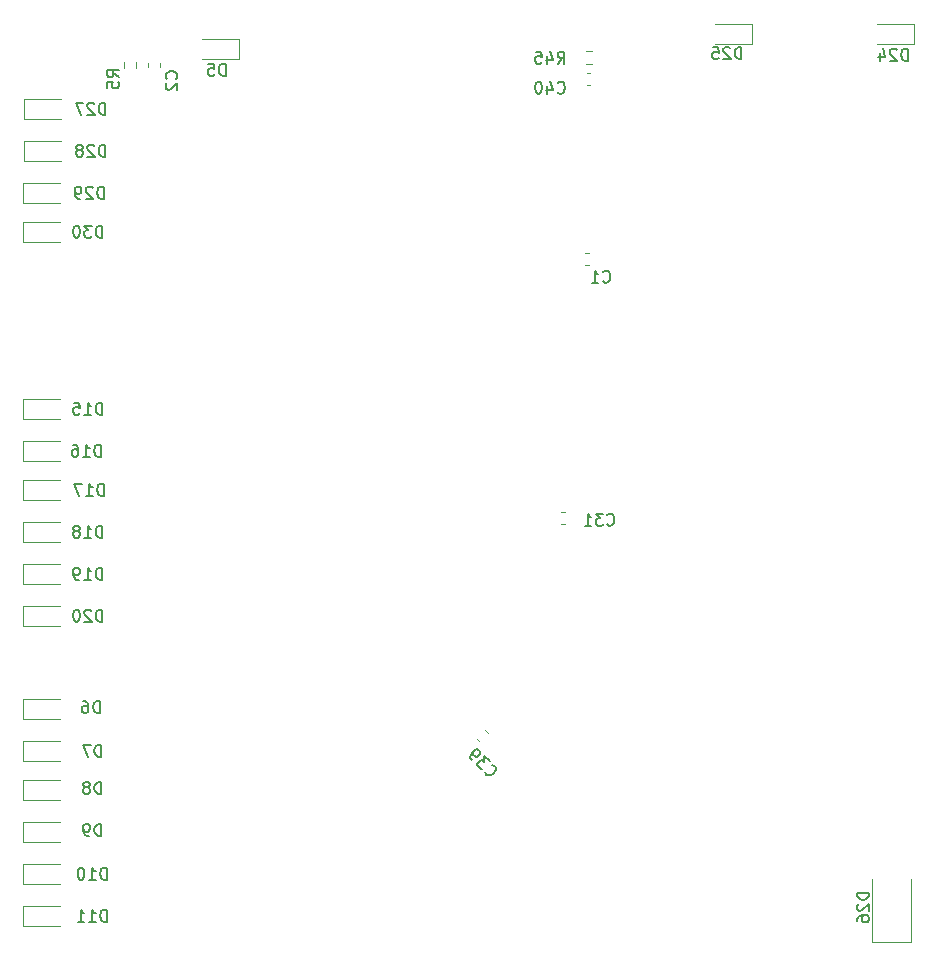
<source format=gbo>
%TF.GenerationSoftware,KiCad,Pcbnew,5.1.9+dfsg1-1*%
%TF.CreationDate,2021-12-02T00:27:29+01:00*%
%TF.ProjectId,RTMPin,52544d50-696e-42e6-9b69-6361645f7063,rev?*%
%TF.SameCoordinates,Original*%
%TF.FileFunction,Legend,Bot*%
%TF.FilePolarity,Positive*%
%FSLAX46Y46*%
G04 Gerber Fmt 4.6, Leading zero omitted, Abs format (unit mm)*
G04 Created by KiCad (PCBNEW 5.1.9+dfsg1-1) date 2021-12-02 00:27:29*
%MOMM*%
%LPD*%
G01*
G04 APERTURE LIST*
%ADD10C,0.120000*%
%ADD11C,0.150000*%
%ADD12C,4.300000*%
%ADD13C,2.700000*%
%ADD14C,3.000000*%
%ADD15R,1.800000X2.500000*%
%ADD16C,2.400000*%
%ADD17O,2.400000X1.600000*%
%ADD18R,2.400000X1.600000*%
%ADD19R,1.000000X1.000000*%
%ADD20C,4.000000*%
%ADD21R,4.000000X4.000000*%
%ADD22C,2.000000*%
%ADD23R,2.000000X2.000000*%
G04 APERTURE END LIST*
D10*
X140354267Y-56640000D02*
X140061733Y-56640000D01*
X140354267Y-57660000D02*
X140061733Y-57660000D01*
X130726949Y-113033198D02*
X130933802Y-113240051D01*
X131448198Y-112311949D02*
X131655051Y-112518802D01*
X137902733Y-94871000D02*
X138195267Y-94871000D01*
X137902733Y-93851000D02*
X138195267Y-93851000D01*
X139934733Y-72900000D02*
X140227267Y-72900000D01*
X139934733Y-71880000D02*
X140227267Y-71880000D01*
X167512000Y-130273000D02*
X164212000Y-130273000D01*
X164212000Y-130273000D02*
X164212000Y-124873000D01*
X167512000Y-130273000D02*
X167512000Y-124873000D01*
X139953276Y-54849500D02*
X140462724Y-54849500D01*
X139953276Y-55894500D02*
X140462724Y-55894500D01*
X101868500Y-55775776D02*
X101868500Y-56285224D01*
X100823500Y-55775776D02*
X100823500Y-56285224D01*
X92334000Y-70954000D02*
X95484000Y-70954000D01*
X92334000Y-69254000D02*
X95484000Y-69254000D01*
X92334000Y-70954000D02*
X92334000Y-69254000D01*
X92334000Y-67652000D02*
X95484000Y-67652000D01*
X92334000Y-65952000D02*
X95484000Y-65952000D01*
X92334000Y-67652000D02*
X92334000Y-65952000D01*
X92354000Y-64096000D02*
X95504000Y-64096000D01*
X92354000Y-62396000D02*
X95504000Y-62396000D01*
X92354000Y-64096000D02*
X92354000Y-62396000D01*
X92354000Y-60540000D02*
X95504000Y-60540000D01*
X92354000Y-58840000D02*
X95504000Y-58840000D01*
X92354000Y-60540000D02*
X92354000Y-58840000D01*
X154066000Y-52490000D02*
X150916000Y-52490000D01*
X154066000Y-54190000D02*
X150916000Y-54190000D01*
X154066000Y-52490000D02*
X154066000Y-54190000D01*
X167782000Y-52490000D02*
X164632000Y-52490000D01*
X167782000Y-54190000D02*
X164632000Y-54190000D01*
X167782000Y-52490000D02*
X167782000Y-54190000D01*
X92314000Y-103466000D02*
X95464000Y-103466000D01*
X92314000Y-101766000D02*
X95464000Y-101766000D01*
X92314000Y-103466000D02*
X92314000Y-101766000D01*
X92314000Y-99910000D02*
X95464000Y-99910000D01*
X92314000Y-98210000D02*
X95464000Y-98210000D01*
X92314000Y-99910000D02*
X92314000Y-98210000D01*
X92314000Y-96354000D02*
X95464000Y-96354000D01*
X92314000Y-94654000D02*
X95464000Y-94654000D01*
X92314000Y-96354000D02*
X92314000Y-94654000D01*
X92314000Y-92798000D02*
X95464000Y-92798000D01*
X92314000Y-91098000D02*
X95464000Y-91098000D01*
X92314000Y-92798000D02*
X92314000Y-91098000D01*
X92314000Y-89496000D02*
X95464000Y-89496000D01*
X92314000Y-87796000D02*
X95464000Y-87796000D01*
X92314000Y-89496000D02*
X92314000Y-87796000D01*
X92314000Y-85940000D02*
X95464000Y-85940000D01*
X92314000Y-84240000D02*
X95464000Y-84240000D01*
X92314000Y-85940000D02*
X92314000Y-84240000D01*
X92334000Y-128866000D02*
X95484000Y-128866000D01*
X92334000Y-127166000D02*
X95484000Y-127166000D01*
X92334000Y-128866000D02*
X92334000Y-127166000D01*
X92314000Y-125310000D02*
X95464000Y-125310000D01*
X92314000Y-123610000D02*
X95464000Y-123610000D01*
X92314000Y-125310000D02*
X92314000Y-123610000D01*
X92334000Y-121754000D02*
X95484000Y-121754000D01*
X92334000Y-120054000D02*
X95484000Y-120054000D01*
X92334000Y-121754000D02*
X92334000Y-120054000D01*
X92334000Y-118198000D02*
X95484000Y-118198000D01*
X92334000Y-116498000D02*
X95484000Y-116498000D01*
X92334000Y-118198000D02*
X92334000Y-116498000D01*
X92334000Y-114896000D02*
X95484000Y-114896000D01*
X92334000Y-113196000D02*
X95484000Y-113196000D01*
X92334000Y-114896000D02*
X92334000Y-113196000D01*
X92314000Y-111340000D02*
X95464000Y-111340000D01*
X92314000Y-109640000D02*
X95464000Y-109640000D01*
X92314000Y-111340000D02*
X92314000Y-109640000D01*
X110632000Y-53760000D02*
X107482000Y-53760000D01*
X110632000Y-55460000D02*
X107482000Y-55460000D01*
X110632000Y-53760000D02*
X110632000Y-55460000D01*
X103888000Y-55834233D02*
X103888000Y-56126767D01*
X102868000Y-55834233D02*
X102868000Y-56126767D01*
D11*
X137571857Y-58315142D02*
X137619476Y-58362761D01*
X137762333Y-58410380D01*
X137857571Y-58410380D01*
X138000428Y-58362761D01*
X138095666Y-58267523D01*
X138143285Y-58172285D01*
X138190904Y-57981809D01*
X138190904Y-57838952D01*
X138143285Y-57648476D01*
X138095666Y-57553238D01*
X138000428Y-57458000D01*
X137857571Y-57410380D01*
X137762333Y-57410380D01*
X137619476Y-57458000D01*
X137571857Y-57505619D01*
X136714714Y-57743714D02*
X136714714Y-58410380D01*
X136952809Y-57362761D02*
X137190904Y-58077047D01*
X136571857Y-58077047D01*
X136000428Y-57410380D02*
X135905190Y-57410380D01*
X135809952Y-57458000D01*
X135762333Y-57505619D01*
X135714714Y-57600857D01*
X135667095Y-57791333D01*
X135667095Y-58029428D01*
X135714714Y-58219904D01*
X135762333Y-58315142D01*
X135809952Y-58362761D01*
X135905190Y-58410380D01*
X136000428Y-58410380D01*
X136095666Y-58362761D01*
X136143285Y-58315142D01*
X136190904Y-58219904D01*
X136238523Y-58029428D01*
X136238523Y-57791333D01*
X136190904Y-57600857D01*
X136143285Y-57505619D01*
X136095666Y-57458000D01*
X136000428Y-57410380D01*
X131416029Y-115815106D02*
X131416029Y-115882450D01*
X131483373Y-116017137D01*
X131550716Y-116084480D01*
X131685403Y-116151824D01*
X131820090Y-116151824D01*
X131921105Y-116118152D01*
X132089464Y-116017137D01*
X132190479Y-115916122D01*
X132291495Y-115747763D01*
X132325166Y-115646748D01*
X132325166Y-115512061D01*
X132257823Y-115377374D01*
X132190479Y-115310030D01*
X132055792Y-115242687D01*
X131988449Y-115242687D01*
X131820090Y-114939641D02*
X131382357Y-114501908D01*
X131348686Y-115006984D01*
X131247670Y-114905969D01*
X131146655Y-114872297D01*
X131079311Y-114872297D01*
X130978296Y-114905969D01*
X130809937Y-115074328D01*
X130776266Y-115175343D01*
X130776266Y-115242687D01*
X130809937Y-115343702D01*
X131011968Y-115545732D01*
X131112983Y-115579404D01*
X131180327Y-115579404D01*
X130338533Y-114872297D02*
X130203846Y-114737610D01*
X130170174Y-114636595D01*
X130170174Y-114569251D01*
X130203846Y-114400893D01*
X130304861Y-114232534D01*
X130574235Y-113963160D01*
X130675250Y-113929488D01*
X130742594Y-113929488D01*
X130843609Y-113963160D01*
X130978296Y-114097847D01*
X131011968Y-114198862D01*
X131011968Y-114266206D01*
X130978296Y-114367221D01*
X130809937Y-114535580D01*
X130708922Y-114569251D01*
X130641579Y-114569251D01*
X130540563Y-114535580D01*
X130405876Y-114400893D01*
X130372205Y-114299877D01*
X130372205Y-114232534D01*
X130405876Y-114131519D01*
X141762857Y-94891142D02*
X141810476Y-94938761D01*
X141953333Y-94986380D01*
X142048571Y-94986380D01*
X142191428Y-94938761D01*
X142286666Y-94843523D01*
X142334285Y-94748285D01*
X142381904Y-94557809D01*
X142381904Y-94414952D01*
X142334285Y-94224476D01*
X142286666Y-94129238D01*
X142191428Y-94034000D01*
X142048571Y-93986380D01*
X141953333Y-93986380D01*
X141810476Y-94034000D01*
X141762857Y-94081619D01*
X141429523Y-93986380D02*
X140810476Y-93986380D01*
X141143809Y-94367333D01*
X141000952Y-94367333D01*
X140905714Y-94414952D01*
X140858095Y-94462571D01*
X140810476Y-94557809D01*
X140810476Y-94795904D01*
X140858095Y-94891142D01*
X140905714Y-94938761D01*
X141000952Y-94986380D01*
X141286666Y-94986380D01*
X141381904Y-94938761D01*
X141429523Y-94891142D01*
X139858095Y-94986380D02*
X140429523Y-94986380D01*
X140143809Y-94986380D02*
X140143809Y-93986380D01*
X140239047Y-94129238D01*
X140334285Y-94224476D01*
X140429523Y-94272095D01*
X141413666Y-74317142D02*
X141461285Y-74364761D01*
X141604142Y-74412380D01*
X141699380Y-74412380D01*
X141842238Y-74364761D01*
X141937476Y-74269523D01*
X141985095Y-74174285D01*
X142032714Y-73983809D01*
X142032714Y-73840952D01*
X141985095Y-73650476D01*
X141937476Y-73555238D01*
X141842238Y-73460000D01*
X141699380Y-73412380D01*
X141604142Y-73412380D01*
X141461285Y-73460000D01*
X141413666Y-73507619D01*
X140461285Y-74412380D02*
X141032714Y-74412380D01*
X140747000Y-74412380D02*
X140747000Y-73412380D01*
X140842238Y-73555238D01*
X140937476Y-73650476D01*
X141032714Y-73698095D01*
X163924380Y-126085714D02*
X162924380Y-126085714D01*
X162924380Y-126323809D01*
X162972000Y-126466666D01*
X163067238Y-126561904D01*
X163162476Y-126609523D01*
X163352952Y-126657142D01*
X163495809Y-126657142D01*
X163686285Y-126609523D01*
X163781523Y-126561904D01*
X163876761Y-126466666D01*
X163924380Y-126323809D01*
X163924380Y-126085714D01*
X163019619Y-127038095D02*
X162972000Y-127085714D01*
X162924380Y-127180952D01*
X162924380Y-127419047D01*
X162972000Y-127514285D01*
X163019619Y-127561904D01*
X163114857Y-127609523D01*
X163210095Y-127609523D01*
X163352952Y-127561904D01*
X163924380Y-126990476D01*
X163924380Y-127609523D01*
X162924380Y-128466666D02*
X162924380Y-128276190D01*
X162972000Y-128180952D01*
X163019619Y-128133333D01*
X163162476Y-128038095D01*
X163352952Y-127990476D01*
X163733904Y-127990476D01*
X163829142Y-128038095D01*
X163876761Y-128085714D01*
X163924380Y-128180952D01*
X163924380Y-128371428D01*
X163876761Y-128466666D01*
X163829142Y-128514285D01*
X163733904Y-128561904D01*
X163495809Y-128561904D01*
X163400571Y-128514285D01*
X163352952Y-128466666D01*
X163305333Y-128371428D01*
X163305333Y-128180952D01*
X163352952Y-128085714D01*
X163400571Y-128038095D01*
X163495809Y-127990476D01*
X137571857Y-55870380D02*
X137905190Y-55394190D01*
X138143285Y-55870380D02*
X138143285Y-54870380D01*
X137762333Y-54870380D01*
X137667095Y-54918000D01*
X137619476Y-54965619D01*
X137571857Y-55060857D01*
X137571857Y-55203714D01*
X137619476Y-55298952D01*
X137667095Y-55346571D01*
X137762333Y-55394190D01*
X138143285Y-55394190D01*
X136714714Y-55203714D02*
X136714714Y-55870380D01*
X136952809Y-54822761D02*
X137190904Y-55537047D01*
X136571857Y-55537047D01*
X135714714Y-54870380D02*
X136190904Y-54870380D01*
X136238523Y-55346571D01*
X136190904Y-55298952D01*
X136095666Y-55251333D01*
X135857571Y-55251333D01*
X135762333Y-55298952D01*
X135714714Y-55346571D01*
X135667095Y-55441809D01*
X135667095Y-55679904D01*
X135714714Y-55775142D01*
X135762333Y-55822761D01*
X135857571Y-55870380D01*
X136095666Y-55870380D01*
X136190904Y-55822761D01*
X136238523Y-55775142D01*
X100424380Y-57029333D02*
X99948190Y-56696000D01*
X100424380Y-56457904D02*
X99424380Y-56457904D01*
X99424380Y-56838857D01*
X99472000Y-56934095D01*
X99519619Y-56981714D01*
X99614857Y-57029333D01*
X99757714Y-57029333D01*
X99852952Y-56981714D01*
X99900571Y-56934095D01*
X99948190Y-56838857D01*
X99948190Y-56457904D01*
X99424380Y-57934095D02*
X99424380Y-57457904D01*
X99900571Y-57410285D01*
X99852952Y-57457904D01*
X99805333Y-57553142D01*
X99805333Y-57791238D01*
X99852952Y-57886476D01*
X99900571Y-57934095D01*
X99995809Y-57981714D01*
X100233904Y-57981714D01*
X100329142Y-57934095D01*
X100376761Y-57886476D01*
X100424380Y-57791238D01*
X100424380Y-57553142D01*
X100376761Y-57457904D01*
X100329142Y-57410285D01*
X99027285Y-70602380D02*
X99027285Y-69602380D01*
X98789190Y-69602380D01*
X98646333Y-69650000D01*
X98551095Y-69745238D01*
X98503476Y-69840476D01*
X98455857Y-70030952D01*
X98455857Y-70173809D01*
X98503476Y-70364285D01*
X98551095Y-70459523D01*
X98646333Y-70554761D01*
X98789190Y-70602380D01*
X99027285Y-70602380D01*
X98122523Y-69602380D02*
X97503476Y-69602380D01*
X97836809Y-69983333D01*
X97693952Y-69983333D01*
X97598714Y-70030952D01*
X97551095Y-70078571D01*
X97503476Y-70173809D01*
X97503476Y-70411904D01*
X97551095Y-70507142D01*
X97598714Y-70554761D01*
X97693952Y-70602380D01*
X97979666Y-70602380D01*
X98074904Y-70554761D01*
X98122523Y-70507142D01*
X96884428Y-69602380D02*
X96789190Y-69602380D01*
X96693952Y-69650000D01*
X96646333Y-69697619D01*
X96598714Y-69792857D01*
X96551095Y-69983333D01*
X96551095Y-70221428D01*
X96598714Y-70411904D01*
X96646333Y-70507142D01*
X96693952Y-70554761D01*
X96789190Y-70602380D01*
X96884428Y-70602380D01*
X96979666Y-70554761D01*
X97027285Y-70507142D01*
X97074904Y-70411904D01*
X97122523Y-70221428D01*
X97122523Y-69983333D01*
X97074904Y-69792857D01*
X97027285Y-69697619D01*
X96979666Y-69650000D01*
X96884428Y-69602380D01*
X99154285Y-67300380D02*
X99154285Y-66300380D01*
X98916190Y-66300380D01*
X98773333Y-66348000D01*
X98678095Y-66443238D01*
X98630476Y-66538476D01*
X98582857Y-66728952D01*
X98582857Y-66871809D01*
X98630476Y-67062285D01*
X98678095Y-67157523D01*
X98773333Y-67252761D01*
X98916190Y-67300380D01*
X99154285Y-67300380D01*
X98201904Y-66395619D02*
X98154285Y-66348000D01*
X98059047Y-66300380D01*
X97820952Y-66300380D01*
X97725714Y-66348000D01*
X97678095Y-66395619D01*
X97630476Y-66490857D01*
X97630476Y-66586095D01*
X97678095Y-66728952D01*
X98249523Y-67300380D01*
X97630476Y-67300380D01*
X97154285Y-67300380D02*
X96963809Y-67300380D01*
X96868571Y-67252761D01*
X96820952Y-67205142D01*
X96725714Y-67062285D01*
X96678095Y-66871809D01*
X96678095Y-66490857D01*
X96725714Y-66395619D01*
X96773333Y-66348000D01*
X96868571Y-66300380D01*
X97059047Y-66300380D01*
X97154285Y-66348000D01*
X97201904Y-66395619D01*
X97249523Y-66490857D01*
X97249523Y-66728952D01*
X97201904Y-66824190D01*
X97154285Y-66871809D01*
X97059047Y-66919428D01*
X96868571Y-66919428D01*
X96773333Y-66871809D01*
X96725714Y-66824190D01*
X96678095Y-66728952D01*
X99281285Y-63744380D02*
X99281285Y-62744380D01*
X99043190Y-62744380D01*
X98900333Y-62792000D01*
X98805095Y-62887238D01*
X98757476Y-62982476D01*
X98709857Y-63172952D01*
X98709857Y-63315809D01*
X98757476Y-63506285D01*
X98805095Y-63601523D01*
X98900333Y-63696761D01*
X99043190Y-63744380D01*
X99281285Y-63744380D01*
X98328904Y-62839619D02*
X98281285Y-62792000D01*
X98186047Y-62744380D01*
X97947952Y-62744380D01*
X97852714Y-62792000D01*
X97805095Y-62839619D01*
X97757476Y-62934857D01*
X97757476Y-63030095D01*
X97805095Y-63172952D01*
X98376523Y-63744380D01*
X97757476Y-63744380D01*
X97186047Y-63172952D02*
X97281285Y-63125333D01*
X97328904Y-63077714D01*
X97376523Y-62982476D01*
X97376523Y-62934857D01*
X97328904Y-62839619D01*
X97281285Y-62792000D01*
X97186047Y-62744380D01*
X96995571Y-62744380D01*
X96900333Y-62792000D01*
X96852714Y-62839619D01*
X96805095Y-62934857D01*
X96805095Y-62982476D01*
X96852714Y-63077714D01*
X96900333Y-63125333D01*
X96995571Y-63172952D01*
X97186047Y-63172952D01*
X97281285Y-63220571D01*
X97328904Y-63268190D01*
X97376523Y-63363428D01*
X97376523Y-63553904D01*
X97328904Y-63649142D01*
X97281285Y-63696761D01*
X97186047Y-63744380D01*
X96995571Y-63744380D01*
X96900333Y-63696761D01*
X96852714Y-63649142D01*
X96805095Y-63553904D01*
X96805095Y-63363428D01*
X96852714Y-63268190D01*
X96900333Y-63220571D01*
X96995571Y-63172952D01*
X99281285Y-60188380D02*
X99281285Y-59188380D01*
X99043190Y-59188380D01*
X98900333Y-59236000D01*
X98805095Y-59331238D01*
X98757476Y-59426476D01*
X98709857Y-59616952D01*
X98709857Y-59759809D01*
X98757476Y-59950285D01*
X98805095Y-60045523D01*
X98900333Y-60140761D01*
X99043190Y-60188380D01*
X99281285Y-60188380D01*
X98328904Y-59283619D02*
X98281285Y-59236000D01*
X98186047Y-59188380D01*
X97947952Y-59188380D01*
X97852714Y-59236000D01*
X97805095Y-59283619D01*
X97757476Y-59378857D01*
X97757476Y-59474095D01*
X97805095Y-59616952D01*
X98376523Y-60188380D01*
X97757476Y-60188380D01*
X97424142Y-59188380D02*
X96757476Y-59188380D01*
X97186047Y-60188380D01*
X153129285Y-55489380D02*
X153129285Y-54489380D01*
X152891190Y-54489380D01*
X152748333Y-54537000D01*
X152653095Y-54632238D01*
X152605476Y-54727476D01*
X152557857Y-54917952D01*
X152557857Y-55060809D01*
X152605476Y-55251285D01*
X152653095Y-55346523D01*
X152748333Y-55441761D01*
X152891190Y-55489380D01*
X153129285Y-55489380D01*
X152176904Y-54584619D02*
X152129285Y-54537000D01*
X152034047Y-54489380D01*
X151795952Y-54489380D01*
X151700714Y-54537000D01*
X151653095Y-54584619D01*
X151605476Y-54679857D01*
X151605476Y-54775095D01*
X151653095Y-54917952D01*
X152224523Y-55489380D01*
X151605476Y-55489380D01*
X150700714Y-54489380D02*
X151176904Y-54489380D01*
X151224523Y-54965571D01*
X151176904Y-54917952D01*
X151081666Y-54870333D01*
X150843571Y-54870333D01*
X150748333Y-54917952D01*
X150700714Y-54965571D01*
X150653095Y-55060809D01*
X150653095Y-55298904D01*
X150700714Y-55394142D01*
X150748333Y-55441761D01*
X150843571Y-55489380D01*
X151081666Y-55489380D01*
X151176904Y-55441761D01*
X151224523Y-55394142D01*
X167226285Y-55616380D02*
X167226285Y-54616380D01*
X166988190Y-54616380D01*
X166845333Y-54664000D01*
X166750095Y-54759238D01*
X166702476Y-54854476D01*
X166654857Y-55044952D01*
X166654857Y-55187809D01*
X166702476Y-55378285D01*
X166750095Y-55473523D01*
X166845333Y-55568761D01*
X166988190Y-55616380D01*
X167226285Y-55616380D01*
X166273904Y-54711619D02*
X166226285Y-54664000D01*
X166131047Y-54616380D01*
X165892952Y-54616380D01*
X165797714Y-54664000D01*
X165750095Y-54711619D01*
X165702476Y-54806857D01*
X165702476Y-54902095D01*
X165750095Y-55044952D01*
X166321523Y-55616380D01*
X165702476Y-55616380D01*
X164845333Y-54949714D02*
X164845333Y-55616380D01*
X165083428Y-54568761D02*
X165321523Y-55283047D01*
X164702476Y-55283047D01*
X99027285Y-103114380D02*
X99027285Y-102114380D01*
X98789190Y-102114380D01*
X98646333Y-102162000D01*
X98551095Y-102257238D01*
X98503476Y-102352476D01*
X98455857Y-102542952D01*
X98455857Y-102685809D01*
X98503476Y-102876285D01*
X98551095Y-102971523D01*
X98646333Y-103066761D01*
X98789190Y-103114380D01*
X99027285Y-103114380D01*
X98074904Y-102209619D02*
X98027285Y-102162000D01*
X97932047Y-102114380D01*
X97693952Y-102114380D01*
X97598714Y-102162000D01*
X97551095Y-102209619D01*
X97503476Y-102304857D01*
X97503476Y-102400095D01*
X97551095Y-102542952D01*
X98122523Y-103114380D01*
X97503476Y-103114380D01*
X96884428Y-102114380D02*
X96789190Y-102114380D01*
X96693952Y-102162000D01*
X96646333Y-102209619D01*
X96598714Y-102304857D01*
X96551095Y-102495333D01*
X96551095Y-102733428D01*
X96598714Y-102923904D01*
X96646333Y-103019142D01*
X96693952Y-103066761D01*
X96789190Y-103114380D01*
X96884428Y-103114380D01*
X96979666Y-103066761D01*
X97027285Y-103019142D01*
X97074904Y-102923904D01*
X97122523Y-102733428D01*
X97122523Y-102495333D01*
X97074904Y-102304857D01*
X97027285Y-102209619D01*
X96979666Y-102162000D01*
X96884428Y-102114380D01*
X99027285Y-99558380D02*
X99027285Y-98558380D01*
X98789190Y-98558380D01*
X98646333Y-98606000D01*
X98551095Y-98701238D01*
X98503476Y-98796476D01*
X98455857Y-98986952D01*
X98455857Y-99129809D01*
X98503476Y-99320285D01*
X98551095Y-99415523D01*
X98646333Y-99510761D01*
X98789190Y-99558380D01*
X99027285Y-99558380D01*
X97503476Y-99558380D02*
X98074904Y-99558380D01*
X97789190Y-99558380D02*
X97789190Y-98558380D01*
X97884428Y-98701238D01*
X97979666Y-98796476D01*
X98074904Y-98844095D01*
X97027285Y-99558380D02*
X96836809Y-99558380D01*
X96741571Y-99510761D01*
X96693952Y-99463142D01*
X96598714Y-99320285D01*
X96551095Y-99129809D01*
X96551095Y-98748857D01*
X96598714Y-98653619D01*
X96646333Y-98606000D01*
X96741571Y-98558380D01*
X96932047Y-98558380D01*
X97027285Y-98606000D01*
X97074904Y-98653619D01*
X97122523Y-98748857D01*
X97122523Y-98986952D01*
X97074904Y-99082190D01*
X97027285Y-99129809D01*
X96932047Y-99177428D01*
X96741571Y-99177428D01*
X96646333Y-99129809D01*
X96598714Y-99082190D01*
X96551095Y-98986952D01*
X99027285Y-96002380D02*
X99027285Y-95002380D01*
X98789190Y-95002380D01*
X98646333Y-95050000D01*
X98551095Y-95145238D01*
X98503476Y-95240476D01*
X98455857Y-95430952D01*
X98455857Y-95573809D01*
X98503476Y-95764285D01*
X98551095Y-95859523D01*
X98646333Y-95954761D01*
X98789190Y-96002380D01*
X99027285Y-96002380D01*
X97503476Y-96002380D02*
X98074904Y-96002380D01*
X97789190Y-96002380D02*
X97789190Y-95002380D01*
X97884428Y-95145238D01*
X97979666Y-95240476D01*
X98074904Y-95288095D01*
X96932047Y-95430952D02*
X97027285Y-95383333D01*
X97074904Y-95335714D01*
X97122523Y-95240476D01*
X97122523Y-95192857D01*
X97074904Y-95097619D01*
X97027285Y-95050000D01*
X96932047Y-95002380D01*
X96741571Y-95002380D01*
X96646333Y-95050000D01*
X96598714Y-95097619D01*
X96551095Y-95192857D01*
X96551095Y-95240476D01*
X96598714Y-95335714D01*
X96646333Y-95383333D01*
X96741571Y-95430952D01*
X96932047Y-95430952D01*
X97027285Y-95478571D01*
X97074904Y-95526190D01*
X97122523Y-95621428D01*
X97122523Y-95811904D01*
X97074904Y-95907142D01*
X97027285Y-95954761D01*
X96932047Y-96002380D01*
X96741571Y-96002380D01*
X96646333Y-95954761D01*
X96598714Y-95907142D01*
X96551095Y-95811904D01*
X96551095Y-95621428D01*
X96598714Y-95526190D01*
X96646333Y-95478571D01*
X96741571Y-95430952D01*
X99154285Y-92446380D02*
X99154285Y-91446380D01*
X98916190Y-91446380D01*
X98773333Y-91494000D01*
X98678095Y-91589238D01*
X98630476Y-91684476D01*
X98582857Y-91874952D01*
X98582857Y-92017809D01*
X98630476Y-92208285D01*
X98678095Y-92303523D01*
X98773333Y-92398761D01*
X98916190Y-92446380D01*
X99154285Y-92446380D01*
X97630476Y-92446380D02*
X98201904Y-92446380D01*
X97916190Y-92446380D02*
X97916190Y-91446380D01*
X98011428Y-91589238D01*
X98106666Y-91684476D01*
X98201904Y-91732095D01*
X97297142Y-91446380D02*
X96630476Y-91446380D01*
X97059047Y-92446380D01*
X98900285Y-89144380D02*
X98900285Y-88144380D01*
X98662190Y-88144380D01*
X98519333Y-88192000D01*
X98424095Y-88287238D01*
X98376476Y-88382476D01*
X98328857Y-88572952D01*
X98328857Y-88715809D01*
X98376476Y-88906285D01*
X98424095Y-89001523D01*
X98519333Y-89096761D01*
X98662190Y-89144380D01*
X98900285Y-89144380D01*
X97376476Y-89144380D02*
X97947904Y-89144380D01*
X97662190Y-89144380D02*
X97662190Y-88144380D01*
X97757428Y-88287238D01*
X97852666Y-88382476D01*
X97947904Y-88430095D01*
X96519333Y-88144380D02*
X96709809Y-88144380D01*
X96805047Y-88192000D01*
X96852666Y-88239619D01*
X96947904Y-88382476D01*
X96995523Y-88572952D01*
X96995523Y-88953904D01*
X96947904Y-89049142D01*
X96900285Y-89096761D01*
X96805047Y-89144380D01*
X96614571Y-89144380D01*
X96519333Y-89096761D01*
X96471714Y-89049142D01*
X96424095Y-88953904D01*
X96424095Y-88715809D01*
X96471714Y-88620571D01*
X96519333Y-88572952D01*
X96614571Y-88525333D01*
X96805047Y-88525333D01*
X96900285Y-88572952D01*
X96947904Y-88620571D01*
X96995523Y-88715809D01*
X99027285Y-85588380D02*
X99027285Y-84588380D01*
X98789190Y-84588380D01*
X98646333Y-84636000D01*
X98551095Y-84731238D01*
X98503476Y-84826476D01*
X98455857Y-85016952D01*
X98455857Y-85159809D01*
X98503476Y-85350285D01*
X98551095Y-85445523D01*
X98646333Y-85540761D01*
X98789190Y-85588380D01*
X99027285Y-85588380D01*
X97503476Y-85588380D02*
X98074904Y-85588380D01*
X97789190Y-85588380D02*
X97789190Y-84588380D01*
X97884428Y-84731238D01*
X97979666Y-84826476D01*
X98074904Y-84874095D01*
X96598714Y-84588380D02*
X97074904Y-84588380D01*
X97122523Y-85064571D01*
X97074904Y-85016952D01*
X96979666Y-84969333D01*
X96741571Y-84969333D01*
X96646333Y-85016952D01*
X96598714Y-85064571D01*
X96551095Y-85159809D01*
X96551095Y-85397904D01*
X96598714Y-85493142D01*
X96646333Y-85540761D01*
X96741571Y-85588380D01*
X96979666Y-85588380D01*
X97074904Y-85540761D01*
X97122523Y-85493142D01*
X99408285Y-128514380D02*
X99408285Y-127514380D01*
X99170190Y-127514380D01*
X99027333Y-127562000D01*
X98932095Y-127657238D01*
X98884476Y-127752476D01*
X98836857Y-127942952D01*
X98836857Y-128085809D01*
X98884476Y-128276285D01*
X98932095Y-128371523D01*
X99027333Y-128466761D01*
X99170190Y-128514380D01*
X99408285Y-128514380D01*
X97884476Y-128514380D02*
X98455904Y-128514380D01*
X98170190Y-128514380D02*
X98170190Y-127514380D01*
X98265428Y-127657238D01*
X98360666Y-127752476D01*
X98455904Y-127800095D01*
X96932095Y-128514380D02*
X97503523Y-128514380D01*
X97217809Y-128514380D02*
X97217809Y-127514380D01*
X97313047Y-127657238D01*
X97408285Y-127752476D01*
X97503523Y-127800095D01*
X99408285Y-124958380D02*
X99408285Y-123958380D01*
X99170190Y-123958380D01*
X99027333Y-124006000D01*
X98932095Y-124101238D01*
X98884476Y-124196476D01*
X98836857Y-124386952D01*
X98836857Y-124529809D01*
X98884476Y-124720285D01*
X98932095Y-124815523D01*
X99027333Y-124910761D01*
X99170190Y-124958380D01*
X99408285Y-124958380D01*
X97884476Y-124958380D02*
X98455904Y-124958380D01*
X98170190Y-124958380D02*
X98170190Y-123958380D01*
X98265428Y-124101238D01*
X98360666Y-124196476D01*
X98455904Y-124244095D01*
X97265428Y-123958380D02*
X97170190Y-123958380D01*
X97074952Y-124006000D01*
X97027333Y-124053619D01*
X96979714Y-124148857D01*
X96932095Y-124339333D01*
X96932095Y-124577428D01*
X96979714Y-124767904D01*
X97027333Y-124863142D01*
X97074952Y-124910761D01*
X97170190Y-124958380D01*
X97265428Y-124958380D01*
X97360666Y-124910761D01*
X97408285Y-124863142D01*
X97455904Y-124767904D01*
X97503523Y-124577428D01*
X97503523Y-124339333D01*
X97455904Y-124148857D01*
X97408285Y-124053619D01*
X97360666Y-124006000D01*
X97265428Y-123958380D01*
X98932095Y-121275380D02*
X98932095Y-120275380D01*
X98694000Y-120275380D01*
X98551142Y-120323000D01*
X98455904Y-120418238D01*
X98408285Y-120513476D01*
X98360666Y-120703952D01*
X98360666Y-120846809D01*
X98408285Y-121037285D01*
X98455904Y-121132523D01*
X98551142Y-121227761D01*
X98694000Y-121275380D01*
X98932095Y-121275380D01*
X97884476Y-121275380D02*
X97694000Y-121275380D01*
X97598761Y-121227761D01*
X97551142Y-121180142D01*
X97455904Y-121037285D01*
X97408285Y-120846809D01*
X97408285Y-120465857D01*
X97455904Y-120370619D01*
X97503523Y-120323000D01*
X97598761Y-120275380D01*
X97789238Y-120275380D01*
X97884476Y-120323000D01*
X97932095Y-120370619D01*
X97979714Y-120465857D01*
X97979714Y-120703952D01*
X97932095Y-120799190D01*
X97884476Y-120846809D01*
X97789238Y-120894428D01*
X97598761Y-120894428D01*
X97503523Y-120846809D01*
X97455904Y-120799190D01*
X97408285Y-120703952D01*
X98932095Y-117719380D02*
X98932095Y-116719380D01*
X98694000Y-116719380D01*
X98551142Y-116767000D01*
X98455904Y-116862238D01*
X98408285Y-116957476D01*
X98360666Y-117147952D01*
X98360666Y-117290809D01*
X98408285Y-117481285D01*
X98455904Y-117576523D01*
X98551142Y-117671761D01*
X98694000Y-117719380D01*
X98932095Y-117719380D01*
X97789238Y-117147952D02*
X97884476Y-117100333D01*
X97932095Y-117052714D01*
X97979714Y-116957476D01*
X97979714Y-116909857D01*
X97932095Y-116814619D01*
X97884476Y-116767000D01*
X97789238Y-116719380D01*
X97598761Y-116719380D01*
X97503523Y-116767000D01*
X97455904Y-116814619D01*
X97408285Y-116909857D01*
X97408285Y-116957476D01*
X97455904Y-117052714D01*
X97503523Y-117100333D01*
X97598761Y-117147952D01*
X97789238Y-117147952D01*
X97884476Y-117195571D01*
X97932095Y-117243190D01*
X97979714Y-117338428D01*
X97979714Y-117528904D01*
X97932095Y-117624142D01*
X97884476Y-117671761D01*
X97789238Y-117719380D01*
X97598761Y-117719380D01*
X97503523Y-117671761D01*
X97455904Y-117624142D01*
X97408285Y-117528904D01*
X97408285Y-117338428D01*
X97455904Y-117243190D01*
X97503523Y-117195571D01*
X97598761Y-117147952D01*
X98932095Y-114544380D02*
X98932095Y-113544380D01*
X98694000Y-113544380D01*
X98551142Y-113592000D01*
X98455904Y-113687238D01*
X98408285Y-113782476D01*
X98360666Y-113972952D01*
X98360666Y-114115809D01*
X98408285Y-114306285D01*
X98455904Y-114401523D01*
X98551142Y-114496761D01*
X98694000Y-114544380D01*
X98932095Y-114544380D01*
X98027333Y-113544380D02*
X97360666Y-113544380D01*
X97789238Y-114544380D01*
X98805095Y-110861380D02*
X98805095Y-109861380D01*
X98567000Y-109861380D01*
X98424142Y-109909000D01*
X98328904Y-110004238D01*
X98281285Y-110099476D01*
X98233666Y-110289952D01*
X98233666Y-110432809D01*
X98281285Y-110623285D01*
X98328904Y-110718523D01*
X98424142Y-110813761D01*
X98567000Y-110861380D01*
X98805095Y-110861380D01*
X97376523Y-109861380D02*
X97567000Y-109861380D01*
X97662238Y-109909000D01*
X97709857Y-109956619D01*
X97805095Y-110099476D01*
X97852714Y-110289952D01*
X97852714Y-110670904D01*
X97805095Y-110766142D01*
X97757476Y-110813761D01*
X97662238Y-110861380D01*
X97471761Y-110861380D01*
X97376523Y-110813761D01*
X97328904Y-110766142D01*
X97281285Y-110670904D01*
X97281285Y-110432809D01*
X97328904Y-110337571D01*
X97376523Y-110289952D01*
X97471761Y-110242333D01*
X97662238Y-110242333D01*
X97757476Y-110289952D01*
X97805095Y-110337571D01*
X97852714Y-110432809D01*
X109470095Y-56886380D02*
X109470095Y-55886380D01*
X109232000Y-55886380D01*
X109089142Y-55934000D01*
X108993904Y-56029238D01*
X108946285Y-56124476D01*
X108898666Y-56314952D01*
X108898666Y-56457809D01*
X108946285Y-56648285D01*
X108993904Y-56743523D01*
X109089142Y-56838761D01*
X109232000Y-56886380D01*
X109470095Y-56886380D01*
X107993904Y-55886380D02*
X108470095Y-55886380D01*
X108517714Y-56362571D01*
X108470095Y-56314952D01*
X108374857Y-56267333D01*
X108136761Y-56267333D01*
X108041523Y-56314952D01*
X107993904Y-56362571D01*
X107946285Y-56457809D01*
X107946285Y-56695904D01*
X107993904Y-56791142D01*
X108041523Y-56838761D01*
X108136761Y-56886380D01*
X108374857Y-56886380D01*
X108470095Y-56838761D01*
X108517714Y-56791142D01*
X105282142Y-57156333D02*
X105329761Y-57108714D01*
X105377380Y-56965857D01*
X105377380Y-56870619D01*
X105329761Y-56727761D01*
X105234523Y-56632523D01*
X105139285Y-56584904D01*
X104948809Y-56537285D01*
X104805952Y-56537285D01*
X104615476Y-56584904D01*
X104520238Y-56632523D01*
X104425000Y-56727761D01*
X104377380Y-56870619D01*
X104377380Y-56965857D01*
X104425000Y-57108714D01*
X104472619Y-57156333D01*
X104472619Y-57537285D02*
X104425000Y-57584904D01*
X104377380Y-57680142D01*
X104377380Y-57918238D01*
X104425000Y-58013476D01*
X104472619Y-58061095D01*
X104567857Y-58108714D01*
X104663095Y-58108714D01*
X104805952Y-58061095D01*
X105377380Y-57489666D01*
X105377380Y-58108714D01*
%LPC*%
D12*
X84963000Y-45085000D03*
X84963000Y-135763000D03*
X175641000Y-45085000D03*
X175641000Y-135763000D03*
G36*
G01*
X139883000Y-56912500D02*
X139883000Y-57387500D01*
G75*
G02*
X139645500Y-57625000I-237500J0D01*
G01*
X139045500Y-57625000D01*
G75*
G02*
X138808000Y-57387500I0J237500D01*
G01*
X138808000Y-56912500D01*
G75*
G02*
X139045500Y-56675000I237500J0D01*
G01*
X139645500Y-56675000D01*
G75*
G02*
X139883000Y-56912500I0J-237500D01*
G01*
G37*
G36*
G01*
X141608000Y-56912500D02*
X141608000Y-57387500D01*
G75*
G02*
X141370500Y-57625000I-237500J0D01*
G01*
X140770500Y-57625000D01*
G75*
G02*
X140533000Y-57387500I0J237500D01*
G01*
X140533000Y-56912500D01*
G75*
G02*
X140770500Y-56675000I237500J0D01*
G01*
X141370500Y-56675000D01*
G75*
G02*
X141608000Y-56912500I0J-237500D01*
G01*
G37*
G36*
G01*
X131252872Y-113173748D02*
X131588748Y-112837872D01*
G75*
G02*
X131924624Y-112837872I167938J-167938D01*
G01*
X132348888Y-113262136D01*
G75*
G02*
X132348888Y-113598012I-167938J-167938D01*
G01*
X132013012Y-113933888D01*
G75*
G02*
X131677136Y-113933888I-167938J167938D01*
G01*
X131252872Y-113509624D01*
G75*
G02*
X131252872Y-113173748I167938J167938D01*
G01*
G37*
G36*
G01*
X130033112Y-111953988D02*
X130368988Y-111618112D01*
G75*
G02*
X130704864Y-111618112I167938J-167938D01*
G01*
X131129128Y-112042376D01*
G75*
G02*
X131129128Y-112378252I-167938J-167938D01*
G01*
X130793252Y-112714128D01*
G75*
G02*
X130457376Y-112714128I-167938J167938D01*
G01*
X130033112Y-112289864D01*
G75*
G02*
X130033112Y-111953988I167938J167938D01*
G01*
G37*
G36*
G01*
X138374000Y-94598500D02*
X138374000Y-94123500D01*
G75*
G02*
X138611500Y-93886000I237500J0D01*
G01*
X139211500Y-93886000D01*
G75*
G02*
X139449000Y-94123500I0J-237500D01*
G01*
X139449000Y-94598500D01*
G75*
G02*
X139211500Y-94836000I-237500J0D01*
G01*
X138611500Y-94836000D01*
G75*
G02*
X138374000Y-94598500I0J237500D01*
G01*
G37*
G36*
G01*
X136649000Y-94598500D02*
X136649000Y-94123500D01*
G75*
G02*
X136886500Y-93886000I237500J0D01*
G01*
X137486500Y-93886000D01*
G75*
G02*
X137724000Y-94123500I0J-237500D01*
G01*
X137724000Y-94598500D01*
G75*
G02*
X137486500Y-94836000I-237500J0D01*
G01*
X136886500Y-94836000D01*
G75*
G02*
X136649000Y-94598500I0J237500D01*
G01*
G37*
G36*
G01*
X140406000Y-72627500D02*
X140406000Y-72152500D01*
G75*
G02*
X140643500Y-71915000I237500J0D01*
G01*
X141243500Y-71915000D01*
G75*
G02*
X141481000Y-72152500I0J-237500D01*
G01*
X141481000Y-72627500D01*
G75*
G02*
X141243500Y-72865000I-237500J0D01*
G01*
X140643500Y-72865000D01*
G75*
G02*
X140406000Y-72627500I0J237500D01*
G01*
G37*
G36*
G01*
X138681000Y-72627500D02*
X138681000Y-72152500D01*
G75*
G02*
X138918500Y-71915000I237500J0D01*
G01*
X139518500Y-71915000D01*
G75*
G02*
X139756000Y-72152500I0J-237500D01*
G01*
X139756000Y-72627500D01*
G75*
G02*
X139518500Y-72865000I-237500J0D01*
G01*
X138918500Y-72865000D01*
G75*
G02*
X138681000Y-72627500I0J237500D01*
G01*
G37*
D13*
X151585000Y-133985000D03*
D14*
X162835000Y-133985000D03*
X140335000Y-133985000D03*
D15*
X165862000Y-124873000D03*
X165862000Y-128873000D03*
D16*
X150140000Y-50212000D03*
X157140000Y-50212000D03*
X164140000Y-50212000D03*
X153640000Y-45212000D03*
X160640000Y-45212000D03*
X167640000Y-45212000D03*
X153640000Y-50212000D03*
X160640000Y-50212000D03*
X167640000Y-50212000D03*
X150140000Y-45212000D03*
X157140000Y-45212000D03*
X164140000Y-45212000D03*
D17*
X131064000Y-58928000D03*
X115824000Y-107188000D03*
X131064000Y-61468000D03*
X115824000Y-104648000D03*
X131064000Y-64008000D03*
X115824000Y-102108000D03*
X131064000Y-66548000D03*
X115824000Y-99568000D03*
X131064000Y-69088000D03*
X115824000Y-97028000D03*
X131064000Y-71628000D03*
X115824000Y-94488000D03*
X131064000Y-74168000D03*
X115824000Y-91948000D03*
X131064000Y-76708000D03*
X115824000Y-89408000D03*
X131064000Y-79248000D03*
X115824000Y-86868000D03*
X131064000Y-81788000D03*
X115824000Y-84328000D03*
X131064000Y-84328000D03*
X115824000Y-81788000D03*
X131064000Y-86868000D03*
X115824000Y-79248000D03*
X131064000Y-89408000D03*
X115824000Y-76708000D03*
X131064000Y-91948000D03*
X115824000Y-74168000D03*
X131064000Y-94488000D03*
X115824000Y-71628000D03*
X131064000Y-97028000D03*
X115824000Y-69088000D03*
X131064000Y-99568000D03*
X115824000Y-66548000D03*
X131064000Y-102108000D03*
X115824000Y-64008000D03*
X131064000Y-104648000D03*
X115824000Y-61468000D03*
X131064000Y-107188000D03*
D18*
X115824000Y-58928000D03*
G36*
G01*
X140633000Y-55609500D02*
X140633000Y-55134500D01*
G75*
G02*
X140870500Y-54897000I237500J0D01*
G01*
X141370500Y-54897000D01*
G75*
G02*
X141608000Y-55134500I0J-237500D01*
G01*
X141608000Y-55609500D01*
G75*
G02*
X141370500Y-55847000I-237500J0D01*
G01*
X140870500Y-55847000D01*
G75*
G02*
X140633000Y-55609500I0J237500D01*
G01*
G37*
G36*
G01*
X138808000Y-55609500D02*
X138808000Y-55134500D01*
G75*
G02*
X139045500Y-54897000I237500J0D01*
G01*
X139545500Y-54897000D01*
G75*
G02*
X139783000Y-55134500I0J-237500D01*
G01*
X139783000Y-55609500D01*
G75*
G02*
X139545500Y-55847000I-237500J0D01*
G01*
X139045500Y-55847000D01*
G75*
G02*
X138808000Y-55609500I0J237500D01*
G01*
G37*
G36*
G01*
X101108500Y-56455500D02*
X101583500Y-56455500D01*
G75*
G02*
X101821000Y-56693000I0J-237500D01*
G01*
X101821000Y-57193000D01*
G75*
G02*
X101583500Y-57430500I-237500J0D01*
G01*
X101108500Y-57430500D01*
G75*
G02*
X100871000Y-57193000I0J237500D01*
G01*
X100871000Y-56693000D01*
G75*
G02*
X101108500Y-56455500I237500J0D01*
G01*
G37*
G36*
G01*
X101108500Y-54630500D02*
X101583500Y-54630500D01*
G75*
G02*
X101821000Y-54868000I0J-237500D01*
G01*
X101821000Y-55368000D01*
G75*
G02*
X101583500Y-55605500I-237500J0D01*
G01*
X101108500Y-55605500D01*
G75*
G02*
X100871000Y-55368000I0J237500D01*
G01*
X100871000Y-54868000D01*
G75*
G02*
X101108500Y-54630500I237500J0D01*
G01*
G37*
D16*
X90344000Y-77190000D03*
X90344000Y-70190000D03*
X90344000Y-63190000D03*
X85344000Y-73690000D03*
X85344000Y-66690000D03*
X85344000Y-59690000D03*
X90344000Y-73690000D03*
X90344000Y-66690000D03*
X90344000Y-59690000D03*
X85344000Y-77190000D03*
X85344000Y-70190000D03*
X85344000Y-63190000D03*
X170514000Y-109500000D03*
X170514000Y-116500000D03*
X170514000Y-123500000D03*
X175514000Y-113000000D03*
X175514000Y-120000000D03*
X175514000Y-127000000D03*
X170514000Y-113000000D03*
X170514000Y-120000000D03*
X170514000Y-127000000D03*
X175514000Y-109500000D03*
X175514000Y-116500000D03*
X175514000Y-123500000D03*
X170514000Y-84100000D03*
X170514000Y-91100000D03*
X170514000Y-98100000D03*
X175514000Y-87600000D03*
X175514000Y-94600000D03*
X175514000Y-101600000D03*
X170514000Y-87600000D03*
X170514000Y-94600000D03*
X170514000Y-101600000D03*
X175514000Y-84100000D03*
X175514000Y-91100000D03*
X175514000Y-98100000D03*
X90344000Y-102590000D03*
X90344000Y-95590000D03*
X90344000Y-88590000D03*
X85344000Y-99090000D03*
X85344000Y-92090000D03*
X85344000Y-85090000D03*
X90344000Y-99090000D03*
X90344000Y-92090000D03*
X90344000Y-85090000D03*
X85344000Y-102590000D03*
X85344000Y-95590000D03*
X85344000Y-88590000D03*
X170514000Y-58700000D03*
X170514000Y-65700000D03*
X170514000Y-72700000D03*
X175514000Y-62200000D03*
X175514000Y-69200000D03*
X175514000Y-76200000D03*
X170514000Y-62200000D03*
X170514000Y-69200000D03*
X170514000Y-76200000D03*
X175514000Y-58700000D03*
X175514000Y-65700000D03*
X175514000Y-72700000D03*
X90344000Y-127990000D03*
X90344000Y-120990000D03*
X90344000Y-113990000D03*
X85344000Y-124490000D03*
X85344000Y-117490000D03*
X85344000Y-110490000D03*
X90344000Y-124490000D03*
X90344000Y-117490000D03*
X90344000Y-110490000D03*
X85344000Y-127990000D03*
X85344000Y-120990000D03*
X85344000Y-113990000D03*
X92990000Y-51482000D03*
X99990000Y-51482000D03*
X106990000Y-51482000D03*
X96490000Y-46482000D03*
X103490000Y-46482000D03*
X110490000Y-46482000D03*
X96490000Y-51482000D03*
X103490000Y-51482000D03*
X110490000Y-51482000D03*
X92990000Y-46482000D03*
X99990000Y-46482000D03*
X106990000Y-46482000D03*
D19*
X95484000Y-70104000D03*
X92984000Y-70104000D03*
X95484000Y-66802000D03*
X92984000Y-66802000D03*
X95504000Y-63246000D03*
X93004000Y-63246000D03*
X95504000Y-59690000D03*
X93004000Y-59690000D03*
X150916000Y-53340000D03*
X153416000Y-53340000D03*
X164632000Y-53340000D03*
X167132000Y-53340000D03*
X95464000Y-102616000D03*
X92964000Y-102616000D03*
X95464000Y-99060000D03*
X92964000Y-99060000D03*
X95464000Y-95504000D03*
X92964000Y-95504000D03*
X95464000Y-91948000D03*
X92964000Y-91948000D03*
X95464000Y-88646000D03*
X92964000Y-88646000D03*
X95464000Y-85090000D03*
X92964000Y-85090000D03*
X95484000Y-128016000D03*
X92984000Y-128016000D03*
X95464000Y-124460000D03*
X92964000Y-124460000D03*
X95484000Y-120904000D03*
X92984000Y-120904000D03*
X95484000Y-117348000D03*
X92984000Y-117348000D03*
X95484000Y-114046000D03*
X92984000Y-114046000D03*
X95464000Y-110490000D03*
X92964000Y-110490000D03*
X107482000Y-54610000D03*
X109982000Y-54610000D03*
D20*
X119634000Y-129888000D03*
D21*
X119634000Y-119888000D03*
D22*
X132080000Y-45038000D03*
D23*
X132080000Y-50038000D03*
G36*
G01*
X103140500Y-56305500D02*
X103615500Y-56305500D01*
G75*
G02*
X103853000Y-56543000I0J-237500D01*
G01*
X103853000Y-57143000D01*
G75*
G02*
X103615500Y-57380500I-237500J0D01*
G01*
X103140500Y-57380500D01*
G75*
G02*
X102903000Y-57143000I0J237500D01*
G01*
X102903000Y-56543000D01*
G75*
G02*
X103140500Y-56305500I237500J0D01*
G01*
G37*
G36*
G01*
X103140500Y-54580500D02*
X103615500Y-54580500D01*
G75*
G02*
X103853000Y-54818000I0J-237500D01*
G01*
X103853000Y-55418000D01*
G75*
G02*
X103615500Y-55655500I-237500J0D01*
G01*
X103140500Y-55655500D01*
G75*
G02*
X102903000Y-55418000I0J237500D01*
G01*
X102903000Y-54818000D01*
G75*
G02*
X103140500Y-54580500I237500J0D01*
G01*
G37*
M02*

</source>
